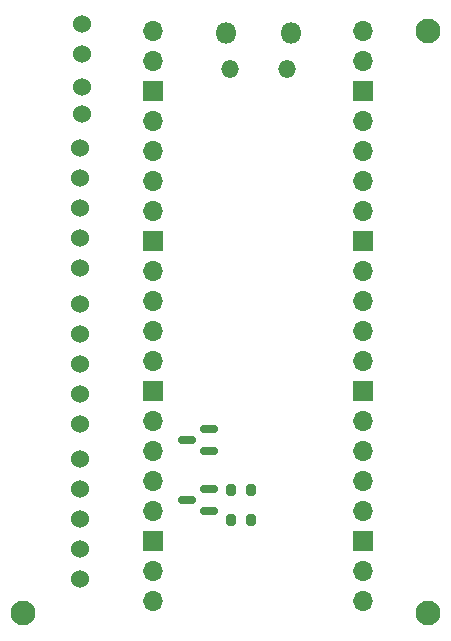
<source format=gbr>
%TF.GenerationSoftware,KiCad,Pcbnew,(7.0.0)*%
%TF.CreationDate,2023-04-25T13:15:43+01:00*%
%TF.ProjectId,LiDAR-Board,4c694441-522d-4426-9f61-72642e6b6963,rev?*%
%TF.SameCoordinates,Original*%
%TF.FileFunction,Soldermask,Bot*%
%TF.FilePolarity,Negative*%
%FSLAX46Y46*%
G04 Gerber Fmt 4.6, Leading zero omitted, Abs format (unit mm)*
G04 Created by KiCad (PCBNEW (7.0.0)) date 2023-04-25 13:15:43*
%MOMM*%
%LPD*%
G01*
G04 APERTURE LIST*
G04 Aperture macros list*
%AMRoundRect*
0 Rectangle with rounded corners*
0 $1 Rounding radius*
0 $2 $3 $4 $5 $6 $7 $8 $9 X,Y pos of 4 corners*
0 Add a 4 corners polygon primitive as box body*
4,1,4,$2,$3,$4,$5,$6,$7,$8,$9,$2,$3,0*
0 Add four circle primitives for the rounded corners*
1,1,$1+$1,$2,$3*
1,1,$1+$1,$4,$5*
1,1,$1+$1,$6,$7*
1,1,$1+$1,$8,$9*
0 Add four rect primitives between the rounded corners*
20,1,$1+$1,$2,$3,$4,$5,0*
20,1,$1+$1,$4,$5,$6,$7,0*
20,1,$1+$1,$6,$7,$8,$9,0*
20,1,$1+$1,$8,$9,$2,$3,0*%
G04 Aperture macros list end*
%ADD10C,1.524000*%
%ADD11O,1.800000X1.800000*%
%ADD12O,1.500000X1.500000*%
%ADD13O,1.700000X1.700000*%
%ADD14R,1.700000X1.700000*%
%ADD15C,2.100000*%
%ADD16RoundRect,0.150000X0.587500X0.150000X-0.587500X0.150000X-0.587500X-0.150000X0.587500X-0.150000X0*%
%ADD17RoundRect,0.200000X0.200000X0.275000X-0.200000X0.275000X-0.200000X-0.275000X0.200000X-0.275000X0*%
G04 APERTURE END LIST*
D10*
%TO.C,U3*%
X134940000Y-120965000D03*
X134940000Y-118425000D03*
X134940000Y-115885000D03*
X134940000Y-113345000D03*
X134940000Y-110805000D03*
%TD*%
D11*
%TO.C,U1*%
X147300999Y-87820999D03*
D12*
X147600999Y-90850999D03*
X152450999Y-90850999D03*
D11*
X152750999Y-87820999D03*
D13*
X141135999Y-87690999D03*
X141135999Y-90230999D03*
D14*
X141135999Y-92770999D03*
D13*
X141135999Y-95310999D03*
X141135999Y-97850999D03*
X141135999Y-100390999D03*
X141135999Y-102930999D03*
D14*
X141135999Y-105470999D03*
D13*
X141135999Y-108010999D03*
X141135999Y-110550999D03*
X141135999Y-113090999D03*
X141135999Y-115630999D03*
D14*
X141135999Y-118170999D03*
D13*
X141135999Y-120710999D03*
X141135999Y-123250999D03*
X141135999Y-125790999D03*
X141135999Y-128330999D03*
D14*
X141135999Y-130870999D03*
D13*
X141135999Y-133410999D03*
X141135999Y-135950999D03*
X158915999Y-135950999D03*
X158915999Y-133410999D03*
D14*
X158915999Y-130870999D03*
D13*
X158915999Y-128330999D03*
X158915999Y-125790999D03*
X158915999Y-123250999D03*
X158915999Y-120710999D03*
D14*
X158915999Y-118170999D03*
D13*
X158915999Y-115630999D03*
X158915999Y-113090999D03*
X158915999Y-110550999D03*
X158915999Y-108010999D03*
D14*
X158915999Y-105470999D03*
D13*
X158915999Y-102930999D03*
X158915999Y-100390999D03*
X158915999Y-97850999D03*
X158915999Y-95310999D03*
D14*
X158915999Y-92770999D03*
D13*
X158915999Y-90230999D03*
X158915999Y-87690999D03*
%TD*%
D15*
%TO.C,REF\u002A\u002A*%
X164404000Y-136967000D03*
%TD*%
D10*
%TO.C,U4*%
X134940000Y-107757000D03*
X134940000Y-105217000D03*
X134940000Y-102677000D03*
X134940000Y-100137000D03*
X134940000Y-97597000D03*
%TD*%
D15*
%TO.C,REF\u002A\u002A*%
X130114000Y-136967000D03*
%TD*%
D10*
%TO.C,U2*%
X134940000Y-134046000D03*
X134940000Y-131506000D03*
X134940000Y-128966000D03*
X134940000Y-126426000D03*
X134940000Y-123886000D03*
%TD*%
D15*
%TO.C,REF\u002A\u002A*%
X164404000Y-87691000D03*
%TD*%
D10*
%TO.C,J1*%
X135067000Y-94676000D03*
X135067000Y-92390000D03*
X135067000Y-89596000D03*
X135067000Y-87056000D03*
%TD*%
D16*
%TO.C,Q1*%
X145862000Y-121351000D03*
X145862000Y-123251000D03*
X143987000Y-122301000D03*
%TD*%
D17*
%TO.C,R1*%
X149384000Y-126492000D03*
X147734000Y-126492000D03*
%TD*%
%TO.C,R2*%
X149384000Y-129032000D03*
X147734000Y-129032000D03*
%TD*%
D16*
%TO.C,Q2*%
X145862000Y-126431000D03*
X145862000Y-128331000D03*
X143987000Y-127381000D03*
%TD*%
M02*

</source>
